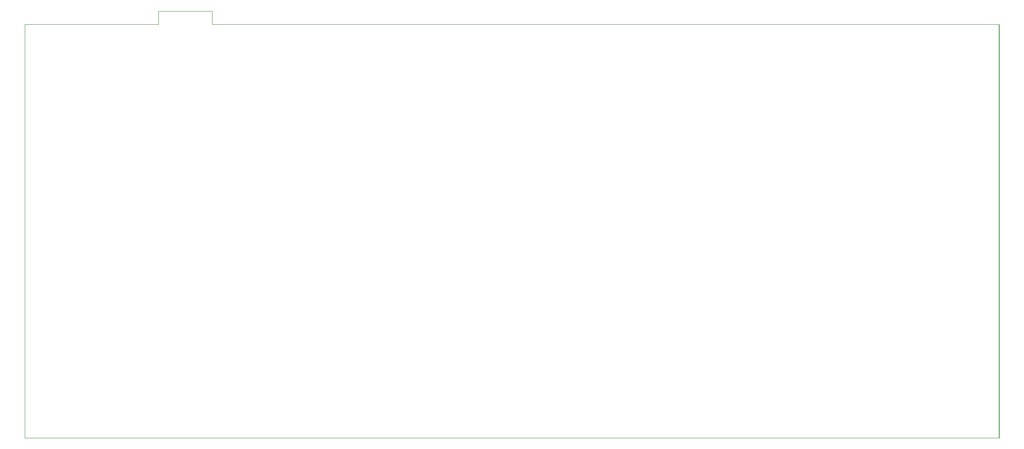
<source format=gm1>
G04 #@! TF.GenerationSoftware,KiCad,Pcbnew,(6.0.0)*
G04 #@! TF.CreationDate,2022-10-10T14:03:21+02:00*
G04 #@! TF.ProjectId,sonus7_rev1,736f6e75-7337-45f7-9265-76312e6b6963,rev?*
G04 #@! TF.SameCoordinates,Original*
G04 #@! TF.FileFunction,Profile,NP*
%FSLAX46Y46*%
G04 Gerber Fmt 4.6, Leading zero omitted, Abs format (unit mm)*
G04 Created by KiCad (PCBNEW (6.0.0)) date 2022-10-10 14:03:21*
%MOMM*%
%LPD*%
G01*
G04 APERTURE LIST*
G04 #@! TA.AperFunction,Profile*
%ADD10C,0.100000*%
G04 #@! TD*
G04 #@! TA.AperFunction,Profile*
%ADD11C,0.150000*%
G04 #@! TD*
G04 APERTURE END LIST*
D10*
X62500000Y-48500000D02*
X224000000Y-48500000D01*
D11*
X224000000Y-133500000D02*
X224000000Y-48500000D01*
D10*
X24000000Y-48500000D02*
X24000000Y-133500000D01*
X24000000Y-133500000D02*
X224000000Y-133500000D01*
X51500000Y-45750000D02*
X62500000Y-45750000D01*
X24000000Y-48500000D02*
X51500000Y-48500000D01*
X62500000Y-45750000D02*
X62500000Y-48500000D01*
X51500000Y-48500000D02*
X51500000Y-45750000D01*
M02*

</source>
